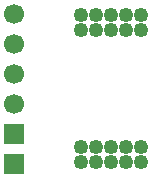
<source format=gbr>
G04 DipTrace 3.1.0.1*
G04 TopMask.gbr*
%MOIN*%
G04 #@! TF.FileFunction,Soldermask,Top*
G04 #@! TF.Part,Single*
%ADD22R,0.066929X0.066929*%
%ADD24C,0.066929*%
%ADD26C,0.049213*%
%FSLAX26Y26*%
G04*
G70*
G90*
G75*
G01*
G04 TopMask*
%LPD*%
D26*
X767717Y502756D3*
X717717D3*
X667717D3*
X817717D3*
X867717D3*
X767717Y452756D3*
X717717D3*
X667717D3*
X817717D3*
X867717D3*
X767717Y894488D3*
X817717D3*
X867717D3*
X717717D3*
X667717D3*
X767717Y944488D3*
X817717D3*
X867717D3*
X717717D3*
X667717D3*
D24*
X443307Y948425D3*
Y848425D3*
Y748425D3*
Y648425D3*
D22*
Y548425D3*
Y448425D3*
M02*

</source>
